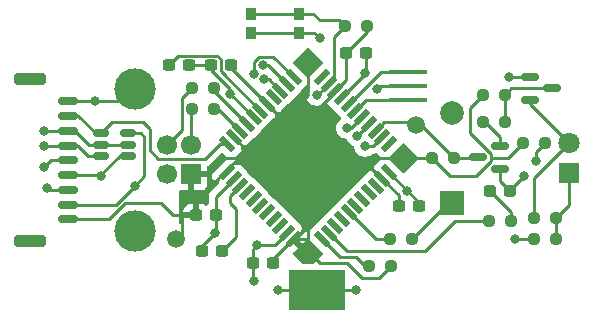
<source format=gbl>
%TF.GenerationSoftware,KiCad,Pcbnew,7.0.6*%
%TF.CreationDate,2023-08-20T20:53:31-04:00*%
%TF.ProjectId,Safe-To-Mate-O-Matic-v3,53616665-2d54-46f2-9d4d-6174652d4f2d,rev?*%
%TF.SameCoordinates,Original*%
%TF.FileFunction,Copper,L2,Bot*%
%TF.FilePolarity,Positive*%
%FSLAX46Y46*%
G04 Gerber Fmt 4.6, Leading zero omitted, Abs format (unit mm)*
G04 Created by KiCad (PCBNEW 7.0.6) date 2023-08-20 20:53:31*
%MOMM*%
%LPD*%
G01*
G04 APERTURE LIST*
G04 Aperture macros list*
%AMRoundRect*
0 Rectangle with rounded corners*
0 $1 Rounding radius*
0 $2 $3 $4 $5 $6 $7 $8 $9 X,Y pos of 4 corners*
0 Add a 4 corners polygon primitive as box body*
4,1,4,$2,$3,$4,$5,$6,$7,$8,$9,$2,$3,0*
0 Add four circle primitives for the rounded corners*
1,1,$1+$1,$2,$3*
1,1,$1+$1,$4,$5*
1,1,$1+$1,$6,$7*
1,1,$1+$1,$8,$9*
0 Add four rect primitives between the rounded corners*
20,1,$1+$1,$2,$3,$4,$5,0*
20,1,$1+$1,$4,$5,$6,$7,0*
20,1,$1+$1,$6,$7,$8,$9,0*
20,1,$1+$1,$8,$9,$2,$3,0*%
%AMRotRect*
0 Rectangle, with rotation*
0 The origin of the aperture is its center*
0 $1 length*
0 $2 width*
0 $3 Rotation angle, in degrees counterclockwise*
0 Add horizontal line*
21,1,$1,$2,0,0,$3*%
G04 Aperture macros list end*
%TA.AperFunction,ComponentPad*%
%ADD10R,1.800000X1.800000*%
%TD*%
%TA.AperFunction,ComponentPad*%
%ADD11C,1.800000*%
%TD*%
%TA.AperFunction,ComponentPad*%
%ADD12R,2.000000X2.000000*%
%TD*%
%TA.AperFunction,ComponentPad*%
%ADD13C,2.000000*%
%TD*%
%TA.AperFunction,ComponentPad*%
%ADD14R,1.700000X1.700000*%
%TD*%
%TA.AperFunction,ComponentPad*%
%ADD15C,1.700000*%
%TD*%
%TA.AperFunction,ComponentPad*%
%ADD16C,3.500000*%
%TD*%
%TA.AperFunction,SMDPad,CuDef*%
%ADD17R,3.200000X0.400000*%
%TD*%
%TA.AperFunction,SMDPad,CuDef*%
%ADD18RoundRect,0.237500X-0.250000X-0.237500X0.250000X-0.237500X0.250000X0.237500X-0.250000X0.237500X0*%
%TD*%
%TA.AperFunction,SMDPad,CuDef*%
%ADD19RoundRect,0.237500X-0.300000X-0.237500X0.300000X-0.237500X0.300000X0.237500X-0.300000X0.237500X0*%
%TD*%
%TA.AperFunction,SMDPad,CuDef*%
%ADD20RoundRect,0.150000X0.700000X-0.150000X0.700000X0.150000X-0.700000X0.150000X-0.700000X-0.150000X0*%
%TD*%
%TA.AperFunction,SMDPad,CuDef*%
%ADD21RoundRect,0.250000X1.100000X-0.250000X1.100000X0.250000X-1.100000X0.250000X-1.100000X-0.250000X0*%
%TD*%
%TA.AperFunction,SMDPad,CuDef*%
%ADD22RoundRect,0.150000X0.587500X0.150000X-0.587500X0.150000X-0.587500X-0.150000X0.587500X-0.150000X0*%
%TD*%
%TA.AperFunction,SMDPad,CuDef*%
%ADD23RoundRect,0.237500X0.250000X0.237500X-0.250000X0.237500X-0.250000X-0.237500X0.250000X-0.237500X0*%
%TD*%
%TA.AperFunction,SMDPad,CuDef*%
%ADD24R,4.699000X3.429000*%
%TD*%
%TA.AperFunction,SMDPad,CuDef*%
%ADD25RoundRect,0.237500X0.300000X0.237500X-0.300000X0.237500X-0.300000X-0.237500X0.300000X-0.237500X0*%
%TD*%
%TA.AperFunction,SMDPad,CuDef*%
%ADD26RotRect,1.500000X0.550000X315.000000*%
%TD*%
%TA.AperFunction,SMDPad,CuDef*%
%ADD27RotRect,1.500000X0.550000X225.000000*%
%TD*%
%TA.AperFunction,SMDPad,CuDef*%
%ADD28C,1.500000*%
%TD*%
%TA.AperFunction,SMDPad,CuDef*%
%ADD29RoundRect,0.237500X0.287500X0.237500X-0.287500X0.237500X-0.287500X-0.237500X0.287500X-0.237500X0*%
%TD*%
%TA.AperFunction,SMDPad,CuDef*%
%ADD30RoundRect,0.150000X0.512500X0.150000X-0.512500X0.150000X-0.512500X-0.150000X0.512500X-0.150000X0*%
%TD*%
%TA.AperFunction,SMDPad,CuDef*%
%ADD31RoundRect,0.150000X-0.587500X-0.150000X0.587500X-0.150000X0.587500X0.150000X-0.587500X0.150000X0*%
%TD*%
%TA.AperFunction,SMDPad,CuDef*%
%ADD32R,0.900000X1.000000*%
%TD*%
%TA.AperFunction,ViaPad*%
%ADD33C,0.800000*%
%TD*%
%TA.AperFunction,Conductor*%
%ADD34C,0.250000*%
%TD*%
G04 APERTURE END LIST*
D10*
%TO.P,D1,1,K*%
%TO.N,Net-(D1-K)*%
X172720000Y-84582000D03*
D11*
%TO.P,D1,2,A*%
%TO.N,Net-(D1-A)*%
X172720000Y-82042000D03*
%TD*%
D12*
%TO.P,BZ1,1,-*%
%TO.N,Net-(BZ1--)*%
X162814000Y-87112000D03*
D13*
%TO.P,BZ1,2,+*%
%TO.N,GND*%
X162814000Y-79512000D03*
%TD*%
D14*
%TO.P,J1,1,VBUS*%
%TO.N,+5V*%
X140689500Y-84689000D03*
D15*
%TO.P,J1,2,D-*%
%TO.N,Net-(J1-D-)*%
X140689500Y-82189000D03*
%TO.P,J1,3,D+*%
%TO.N,Net-(J1-D+)*%
X138689500Y-82189000D03*
%TO.P,J1,4,GND*%
%TO.N,GND*%
X138689500Y-84689000D03*
D16*
%TO.P,J1,5,Shield*%
X135979500Y-89459000D03*
X135979500Y-77419000D03*
%TD*%
D17*
%TO.P,Y2,1,1*%
%TO.N,Net-(U1-XTAL2)*%
X159131000Y-76016000D03*
%TO.P,Y2,2,2*%
%TO.N,GND*%
X159131000Y-77216000D03*
%TO.P,Y2,3,3*%
%TO.N,Net-(U1-XTAL1)*%
X159131000Y-78416000D03*
%TD*%
D18*
%TO.P,R7,1*%
%TO.N,+5V*%
X168863000Y-82042000D03*
%TO.P,R7,2*%
%TO.N,Net-(D1-K)*%
X170688000Y-82042000D03*
%TD*%
D19*
%TO.P,C4,1*%
%TO.N,+5V*%
X153823500Y-74422000D03*
%TO.P,C4,2*%
%TO.N,GND*%
X155548500Y-74422000D03*
%TD*%
D20*
%TO.P,J2,1,Pin_1*%
%TO.N,+5V*%
X130302000Y-88499000D03*
%TO.P,J2,2,Pin_2*%
%TO.N,/INT0*%
X130302000Y-87249000D03*
%TO.P,J2,3,Pin_3*%
%TO.N,GND*%
X130302000Y-85999000D03*
%TO.P,J2,4,Pin_4*%
%TO.N,/INT1*%
X130302000Y-84749000D03*
%TO.P,J2,5,Pin_5*%
%TO.N,GND*%
X130302000Y-83499000D03*
%TO.P,J2,6,Pin_6*%
%TO.N,/INT3*%
X130302000Y-82249000D03*
%TO.P,J2,7,Pin_7*%
%TO.N,GND*%
X130302000Y-80999000D03*
%TO.P,J2,8,Pin_8*%
%TO.N,/INT6*%
X130302000Y-79749000D03*
%TO.P,J2,9,Pin_9*%
%TO.N,GND*%
X130302000Y-78499000D03*
D21*
%TO.P,J2,MP*%
%TO.N,N/C*%
X127102000Y-90349000D03*
X127102000Y-76649000D03*
%TD*%
D22*
%TO.P,Q2,1,B*%
%TO.N,Net-(Q2-B)*%
X166878000Y-82296000D03*
%TO.P,Q2,2,E*%
%TO.N,GND*%
X166878000Y-84196000D03*
%TO.P,Q2,3,C*%
%TO.N,/RX*%
X165003000Y-83246000D03*
%TD*%
D23*
%TO.P,R4,1*%
%TO.N,+5V*%
X157630500Y-92456000D03*
%TO.P,R4,2*%
%TO.N,Net-(U1-~{HWB}{slash}PE2)*%
X155805500Y-92456000D03*
%TD*%
D18*
%TO.P,R3,1*%
%TO.N,Net-(J1-D+)*%
X140819500Y-77343000D03*
%TO.P,R3,2*%
%TO.N,Net-(U1-D+)*%
X142644500Y-77343000D03*
%TD*%
D19*
%TO.P,C7,1*%
%TO.N,+5V*%
X158295000Y-87376000D03*
%TO.P,C7,2*%
%TO.N,GND*%
X160020000Y-87376000D03*
%TD*%
D18*
%TO.P,R11,1*%
%TO.N,Net-(Q2-B)*%
X165457500Y-80264000D03*
%TO.P,R11,2*%
%TO.N,Net-(Q1-C)*%
X167282500Y-80264000D03*
%TD*%
D23*
%TO.P,R10,1*%
%TO.N,Net-(D1-K)*%
X171600500Y-88392000D03*
%TO.P,R10,2*%
%TO.N,Net-(D1-A)*%
X169775500Y-88392000D03*
%TD*%
D18*
%TO.P,R6,1*%
%TO.N,+5V*%
X165457500Y-77978000D03*
%TO.P,R6,2*%
%TO.N,Net-(Q1-C)*%
X167282500Y-77978000D03*
%TD*%
D24*
%TO.P,TP1,1,1*%
%TO.N,GND*%
X151384000Y-94488000D03*
%TD*%
D23*
%TO.P,R1,1*%
%TO.N,+5V*%
X155598500Y-72136000D03*
%TO.P,R1,2*%
%TO.N,RESET*%
X153773500Y-72136000D03*
%TD*%
D25*
%TO.P,C1,1*%
%TO.N,Net-(U1-AREF)*%
X143356500Y-91186000D03*
%TO.P,C1,2*%
%TO.N,GND*%
X141631500Y-91186000D03*
%TD*%
D26*
%TO.P,U1,1,PE6*%
%TO.N,/INT6*%
X143763064Y-82109918D03*
%TO.P,U1,2,UVCC*%
%TO.N,+5V*%
X144328750Y-81544233D03*
%TO.P,U1,3,D-*%
%TO.N,Net-(U1-D-)*%
X144894435Y-80978548D03*
%TO.P,U1,4,D+*%
%TO.N,Net-(U1-D+)*%
X145460120Y-80412862D03*
%TO.P,U1,5,UGND*%
%TO.N,GND*%
X146025806Y-79847177D03*
%TO.P,U1,6,UCAP*%
%TO.N,Net-(U1-UCAP)*%
X146591491Y-79281491D03*
%TO.P,U1,7,VBUS*%
%TO.N,+5V*%
X147157177Y-78715806D03*
%TO.P,U1,8,PB0*%
%TO.N,unconnected-(U1-PB0-Pad8)*%
X147722862Y-78150120D03*
%TO.P,U1,9,PB1*%
%TO.N,SCK*%
X148288548Y-77584435D03*
%TO.P,U1,10,PB2*%
%TO.N,MOSI*%
X148854233Y-77018750D03*
%TO.P,U1,11,PB3*%
%TO.N,MISO*%
X149419918Y-76453064D03*
D27*
%TO.P,U1,12,PB7*%
%TO.N,unconnected-(U1-PB7-Pad12)*%
X151824082Y-76453064D03*
%TO.P,U1,13,~{RESET}*%
%TO.N,RESET*%
X152389767Y-77018750D03*
%TO.P,U1,14,VCC*%
%TO.N,+5V*%
X152955452Y-77584435D03*
%TO.P,U1,15,GND*%
%TO.N,GND*%
X153521138Y-78150120D03*
%TO.P,U1,16,XTAL2*%
%TO.N,Net-(U1-XTAL2)*%
X154086823Y-78715806D03*
%TO.P,U1,17,XTAL1*%
%TO.N,Net-(U1-XTAL1)*%
X154652509Y-79281491D03*
%TO.P,U1,18,PD0*%
%TO.N,/INT0*%
X155218194Y-79847177D03*
%TO.P,U1,19,PD1*%
%TO.N,/INT1*%
X155783880Y-80412862D03*
%TO.P,U1,20,PD2*%
%TO.N,/RX*%
X156349565Y-80978548D03*
%TO.P,U1,21,PD3*%
%TO.N,/INT3*%
X156915250Y-81544233D03*
%TO.P,U1,22,PD5*%
%TO.N,unconnected-(U1-PD5-Pad22)*%
X157480936Y-82109918D03*
D26*
%TO.P,U1,23,GND*%
%TO.N,GND*%
X157480936Y-84514082D03*
%TO.P,U1,24,AVCC*%
%TO.N,+5V*%
X156915250Y-85079767D03*
%TO.P,U1,25,PD4*%
%TO.N,unconnected-(U1-PD4-Pad25)*%
X156349565Y-85645452D03*
%TO.P,U1,26,PD6*%
%TO.N,unconnected-(U1-PD6-Pad26)*%
X155783880Y-86211138D03*
%TO.P,U1,27,PD7*%
%TO.N,unconnected-(U1-PD7-Pad27)*%
X155218194Y-86776823D03*
%TO.P,U1,28,PB4*%
%TO.N,unconnected-(U1-PB4-Pad28)*%
X154652509Y-87342509D03*
%TO.P,U1,29,PB5*%
%TO.N,Net-(U1-PB5)*%
X154086823Y-87908194D03*
%TO.P,U1,30,PB6*%
%TO.N,unconnected-(U1-PB6-Pad30)*%
X153521138Y-88473880D03*
%TO.P,U1,31,PC6*%
%TO.N,unconnected-(U1-PC6-Pad31)*%
X152955452Y-89039565D03*
%TO.P,U1,32,PC7*%
%TO.N,Net-(U1-PC7)*%
X152389767Y-89605250D03*
%TO.P,U1,33,~{HWB}/PE2*%
%TO.N,Net-(U1-~{HWB}{slash}PE2)*%
X151824082Y-90170936D03*
D27*
%TO.P,U1,34,VCC*%
%TO.N,+5V*%
X149419918Y-90170936D03*
%TO.P,U1,35,GND*%
%TO.N,GND*%
X148854233Y-89605250D03*
%TO.P,U1,36,PF7*%
%TO.N,unconnected-(U1-PF7-Pad36)*%
X148288548Y-89039565D03*
%TO.P,U1,37,PF6*%
%TO.N,unconnected-(U1-PF6-Pad37)*%
X147722862Y-88473880D03*
%TO.P,U1,38,PF5*%
%TO.N,unconnected-(U1-PF5-Pad38)*%
X147157177Y-87908194D03*
%TO.P,U1,39,PF4*%
%TO.N,unconnected-(U1-PF4-Pad39)*%
X146591491Y-87342509D03*
%TO.P,U1,40,PF1*%
%TO.N,unconnected-(U1-PF1-Pad40)*%
X146025806Y-86776823D03*
%TO.P,U1,41,PF0*%
%TO.N,unconnected-(U1-PF0-Pad41)*%
X145460120Y-86211138D03*
%TO.P,U1,42,AREF*%
%TO.N,Net-(U1-AREF)*%
X144894435Y-85645452D03*
%TO.P,U1,43,GND*%
%TO.N,GND*%
X144328750Y-85079767D03*
%TO.P,U1,44,AVCC*%
%TO.N,+5V*%
X143763064Y-84514082D03*
%TD*%
D18*
%TO.P,R9,1*%
%TO.N,+5V*%
X161139500Y-83312000D03*
%TO.P,R9,2*%
%TO.N,/RX*%
X162964500Y-83312000D03*
%TD*%
D28*
%TO.P,TP2,1,1*%
%TO.N,+5V*%
X139446000Y-90170000D03*
%TD*%
D18*
%TO.P,R2,1*%
%TO.N,Net-(J1-D-)*%
X140819500Y-79121000D03*
%TO.P,R2,2*%
%TO.N,Net-(U1-D-)*%
X142644500Y-79121000D03*
%TD*%
D29*
%TO.P,D2,1,K*%
%TO.N,GND*%
X167753000Y-86106000D03*
%TO.P,D2,2,A*%
%TO.N,Net-(D2-A)*%
X166003000Y-86106000D03*
%TD*%
D19*
%TO.P,C3,1*%
%TO.N,Net-(U1-UCAP)*%
X138837500Y-75438000D03*
%TO.P,C3,2*%
%TO.N,GND*%
X140562500Y-75438000D03*
%TD*%
D25*
%TO.P,C5,1*%
%TO.N,+5V*%
X147674500Y-92202000D03*
%TO.P,C5,2*%
%TO.N,GND*%
X145949500Y-92202000D03*
%TD*%
D30*
%TO.P,D3,1,TVS1*%
%TO.N,/INT0*%
X135382000Y-81219000D03*
%TO.P,D3,2,COM*%
%TO.N,GND*%
X135382000Y-82169000D03*
%TO.P,D3,3,TVS2*%
%TO.N,/INT1*%
X135382000Y-83119000D03*
%TO.P,D3,4,TVS3*%
%TO.N,/INT3*%
X133107000Y-83119000D03*
%TO.P,D3,5,COM*%
%TO.N,GND*%
X133107000Y-82169000D03*
%TO.P,D3,6,TVS4*%
%TO.N,/INT6*%
X133107000Y-81219000D03*
%TD*%
D28*
%TO.P,TP7,1,1*%
%TO.N,/RX*%
X159766000Y-80518000D03*
%TD*%
D23*
%TO.P,R5,1*%
%TO.N,Net-(D2-A)*%
X167790500Y-88646000D03*
%TO.P,R5,2*%
%TO.N,Net-(U1-PC7)*%
X165965500Y-88646000D03*
%TD*%
%TO.P,R8,1*%
%TO.N,Net-(D1-K)*%
X171600500Y-90170000D03*
%TO.P,R8,2*%
%TO.N,GND*%
X169775500Y-90170000D03*
%TD*%
%TO.P,R12,1*%
%TO.N,Net-(BZ1--)*%
X159408500Y-90170000D03*
%TO.P,R12,2*%
%TO.N,Net-(U1-PB5)*%
X157583500Y-90170000D03*
%TD*%
D25*
%TO.P,C2,1*%
%TO.N,+5V*%
X144118500Y-75438000D03*
%TO.P,C2,2*%
%TO.N,GND*%
X142393500Y-75438000D03*
%TD*%
D31*
%TO.P,Q1,1,B*%
%TO.N,Net-(D1-A)*%
X169418000Y-78354000D03*
%TO.P,Q1,2,E*%
%TO.N,GND*%
X169418000Y-76454000D03*
%TO.P,Q1,3,C*%
%TO.N,Net-(Q1-C)*%
X171293000Y-77404000D03*
%TD*%
D19*
%TO.P,C6,1*%
%TO.N,+5V*%
X141123500Y-88138000D03*
%TO.P,C6,2*%
%TO.N,GND*%
X142848500Y-88138000D03*
%TD*%
D32*
%TO.P,SW1,1,1*%
%TO.N,GND*%
X145778000Y-72682000D03*
X149878000Y-72682000D03*
%TO.P,SW1,2,2*%
%TO.N,RESET*%
X145778000Y-71082000D03*
X149878000Y-71082000D03*
%TD*%
D33*
%TO.N,GND*%
X128270000Y-84074000D03*
X128270000Y-81026000D03*
X154686000Y-94488000D03*
X128524000Y-85852000D03*
X146050000Y-93726000D03*
X155448000Y-76122758D03*
X132588000Y-78486000D03*
X148082000Y-94488000D03*
X168148000Y-90170000D03*
X142748000Y-89662000D03*
X144018000Y-77839371D03*
X146304000Y-90678000D03*
X151638000Y-73152000D03*
X156464000Y-77470000D03*
X168910000Y-84836000D03*
X167640000Y-76454000D03*
X159038427Y-86071573D03*
%TO.N,+5V*%
X150368000Y-77978000D03*
%TO.N,/INT0*%
X135953500Y-85661500D03*
X153924000Y-80772000D03*
%TO.N,/INT1*%
X154801371Y-81395371D03*
X133096000Y-84836000D03*
%TO.N,/INT3*%
X128270000Y-82296000D03*
X155448000Y-82296000D03*
%TO.N,Net-(D1-K)*%
X169926000Y-83566000D03*
%TO.N,MISO*%
X146018332Y-76186208D03*
%TO.N,SCK*%
X146934701Y-76585299D03*
%TO.N,MOSI*%
X146812000Y-75438000D03*
%TO.N,RESET*%
X151384000Y-77978000D03*
%TD*%
D34*
%TO.N,Net-(BZ1--)*%
X162466500Y-87112000D02*
X162814000Y-87112000D01*
X159408500Y-90170000D02*
X162466500Y-87112000D01*
%TO.N,Net-(U1-PB5)*%
X157583500Y-90170000D02*
X156348629Y-90170000D01*
X156348629Y-90170000D02*
X154086823Y-87908194D01*
X157503500Y-90297000D02*
X157503500Y-90263500D01*
%TO.N,Net-(U1-AREF)*%
X144526000Y-87630000D02*
X144018000Y-87122000D01*
X144526000Y-90016500D02*
X144526000Y-87630000D01*
X144018000Y-87122000D02*
X144018000Y-86521887D01*
X144018000Y-86521887D02*
X144894435Y-85645452D01*
X143356500Y-91186000D02*
X144526000Y-90016500D01*
%TO.N,GND*%
X142848500Y-86560017D02*
X144328750Y-85079767D01*
X130302000Y-80999000D02*
X128297000Y-80999000D01*
X157480936Y-84514082D02*
X157666082Y-84514082D01*
X128270000Y-81026000D02*
X130275000Y-81026000D01*
X130275000Y-81026000D02*
X130302000Y-80999000D01*
X132588000Y-78486000D02*
X134912500Y-78486000D01*
X169775500Y-90170000D02*
X168148000Y-90170000D01*
X153521138Y-78150120D02*
X155448000Y-76223258D01*
X141631500Y-91186000D02*
X141631500Y-90778500D01*
X160020000Y-87376000D02*
X160020000Y-87053146D01*
X166878000Y-84196000D02*
X166878000Y-85231000D01*
X149878000Y-72682000D02*
X151168000Y-72682000D01*
X155548500Y-76022258D02*
X155448000Y-76122758D01*
X134912500Y-78486000D02*
X135979500Y-77419000D01*
X145778000Y-72682000D02*
X149878000Y-72682000D01*
X140562500Y-75438000D02*
X142393500Y-75438000D01*
X142393500Y-75809005D02*
X144018000Y-77433505D01*
X142848500Y-88138000D02*
X142848500Y-86560017D01*
X142393500Y-75438000D02*
X142393500Y-75809005D01*
X130302000Y-78499000D02*
X132575000Y-78499000D01*
X155548500Y-74422000D02*
X155548500Y-76022258D01*
X130302000Y-85999000D02*
X128671000Y-85999000D01*
X160020000Y-87053146D02*
X159038427Y-86071573D01*
X155448000Y-76223258D02*
X155448000Y-76122758D01*
X147828000Y-90678000D02*
X146304000Y-90678000D01*
X145949500Y-92202000D02*
X145949500Y-93625500D01*
X156718000Y-77216000D02*
X156464000Y-77470000D01*
X159038427Y-86071573D02*
X157480936Y-84514082D01*
X145949500Y-91032500D02*
X146304000Y-90678000D01*
X166878000Y-85231000D02*
X167753000Y-86106000D01*
X146025806Y-79847177D02*
X144018000Y-77839371D01*
X132575000Y-78499000D02*
X132588000Y-78486000D01*
X159131000Y-77216000D02*
X160518000Y-77216000D01*
X135382000Y-82169000D02*
X132072749Y-82169000D01*
X128845000Y-83499000D02*
X128270000Y-84074000D01*
X148854233Y-89651767D02*
X147828000Y-90678000D01*
X167753000Y-85993000D02*
X168910000Y-84836000D01*
X169418000Y-76454000D02*
X167640000Y-76454000D01*
X151168000Y-72682000D02*
X151638000Y-73152000D01*
X132072749Y-82169000D02*
X130902749Y-80999000D01*
X159131000Y-77216000D02*
X156718000Y-77216000D01*
X144018000Y-77433505D02*
X144018000Y-77839371D01*
X128297000Y-80999000D02*
X128270000Y-81026000D01*
X145949500Y-92202000D02*
X145949500Y-91032500D01*
X151384000Y-94488000D02*
X154686000Y-94488000D01*
X142848500Y-88138000D02*
X142848500Y-89561500D01*
X130902749Y-80999000D02*
X130302000Y-80999000D01*
X151384000Y-94488000D02*
X148082000Y-94488000D01*
X142848500Y-89561500D02*
X142748000Y-89662000D01*
X145949500Y-93625500D02*
X146050000Y-93726000D01*
X141631500Y-90778500D02*
X142748000Y-89662000D01*
X148854233Y-89605250D02*
X148854233Y-89651767D01*
X130302000Y-83499000D02*
X128845000Y-83499000D01*
X167753000Y-86106000D02*
X167753000Y-85993000D01*
X128671000Y-85999000D02*
X128524000Y-85852000D01*
%TO.N,+5V*%
X150622000Y-77724000D02*
X150368000Y-77978000D01*
X150368000Y-74930000D02*
X150622000Y-75184000D01*
X139954000Y-89662000D02*
X139954000Y-88138000D01*
X130302000Y-88499000D02*
X133752396Y-88499000D01*
X145288000Y-82503483D02*
X145288000Y-83312000D01*
X139446000Y-90170000D02*
X139954000Y-89662000D01*
X166093749Y-82927498D02*
X164338000Y-81171749D01*
X164822251Y-84836000D02*
X166093749Y-83564502D01*
X133752396Y-88499000D02*
X135129396Y-87122000D01*
X138176000Y-87122000D02*
X139192000Y-88138000D01*
X156915250Y-85079767D02*
X155655483Y-83820000D01*
X150622000Y-90170000D02*
X150622000Y-88900000D01*
X150622000Y-75184000D02*
X150622000Y-77724000D01*
X135129396Y-87122000D02*
X138176000Y-87122000D01*
X152955452Y-77584435D02*
X153823500Y-76716387D01*
X145288000Y-83312000D02*
X143002000Y-83312000D01*
X161139500Y-83312000D02*
X156464000Y-83312000D01*
X155598500Y-72136000D02*
X155598500Y-72647000D01*
X151638000Y-92202000D02*
X150876000Y-91440000D01*
X155655483Y-83820000D02*
X154940000Y-83820000D01*
X149351064Y-90170936D02*
X147674500Y-91847500D01*
X164338000Y-79097500D02*
X164338000Y-81026000D01*
X156614500Y-93472000D02*
X155194000Y-93472000D01*
X147674500Y-91847500D02*
X147674500Y-92202000D01*
X144328750Y-81544233D02*
X145288000Y-82503483D01*
X165457500Y-77978000D02*
X164338000Y-79097500D01*
X153924000Y-92202000D02*
X152146000Y-92202000D01*
X149419918Y-90170936D02*
X150621064Y-90170936D01*
X147157177Y-78715806D02*
X144118500Y-75677129D01*
X152955452Y-77584435D02*
X152955452Y-77676548D01*
X168863000Y-82042000D02*
X167593000Y-83312000D01*
X139954000Y-88138000D02*
X141123500Y-88138000D01*
X144118500Y-75677129D02*
X144118500Y-75438000D01*
X152955452Y-77676548D02*
X151638000Y-78994000D01*
X155598500Y-72647000D02*
X153823500Y-74422000D01*
X147157177Y-78715806D02*
X148451371Y-80010000D01*
X158295000Y-86459517D02*
X158295000Y-87376000D01*
X157630500Y-92456000D02*
X156614500Y-93472000D01*
X161139500Y-83312000D02*
X162663500Y-84836000D01*
X139192000Y-88138000D02*
X139954000Y-88138000D01*
X154432000Y-92710000D02*
X153924000Y-92202000D01*
X150621064Y-90170936D02*
X150622000Y-90170000D01*
X153823500Y-76716387D02*
X153823500Y-74422000D01*
X166093749Y-83312000D02*
X166093749Y-82927498D01*
X155194000Y-93472000D02*
X154432000Y-92710000D01*
X148451371Y-80010000D02*
X148844000Y-80010000D01*
X162663500Y-84836000D02*
X164822251Y-84836000D01*
X149419918Y-90170936D02*
X149351064Y-90170936D01*
X164338000Y-81171749D02*
X164338000Y-81026000D01*
X152146000Y-92202000D02*
X151638000Y-92202000D01*
X166093749Y-83564502D02*
X166093749Y-83312000D01*
X167593000Y-83312000D02*
X166093749Y-83312000D01*
X156915250Y-85079767D02*
X158295000Y-86459517D01*
%TO.N,Net-(U1-UCAP)*%
X143256000Y-75946000D02*
X143256000Y-74930000D01*
X139637500Y-74638000D02*
X138837500Y-75438000D01*
X143256000Y-74930000D02*
X142964000Y-74638000D01*
X146591491Y-79281491D02*
X143256000Y-75946000D01*
X142964000Y-74638000D02*
X139637500Y-74638000D01*
%TO.N,Net-(U1-XTAL1)*%
X159131000Y-78416000D02*
X155518000Y-78416000D01*
X155518000Y-78416000D02*
X154652509Y-79281491D01*
%TO.N,Net-(U1-XTAL2)*%
X154086823Y-78715806D02*
X156786629Y-76016000D01*
X156786629Y-76016000D02*
X159131000Y-76016000D01*
%TO.N,Net-(D1-A)*%
X169418000Y-78354000D02*
X169418000Y-78740000D01*
X169775500Y-88392000D02*
X169775500Y-84986500D01*
X169775500Y-84986500D02*
X172720000Y-82042000D01*
X169418000Y-78740000D02*
X172720000Y-82042000D01*
%TO.N,Net-(D2-A)*%
X167790500Y-88646000D02*
X167790500Y-87893500D01*
X167790500Y-87893500D02*
X166003000Y-86106000D01*
%TO.N,/INT0*%
X136464000Y-81219000D02*
X136779000Y-81534000D01*
X135953500Y-85661500D02*
X134366000Y-87249000D01*
X154293371Y-80772000D02*
X155218194Y-79847177D01*
X134366000Y-87249000D02*
X130302000Y-87249000D01*
X136779000Y-81534000D02*
X136779000Y-84836000D01*
X135382000Y-81219000D02*
X136464000Y-81219000D01*
X153924000Y-80772000D02*
X154293371Y-80772000D01*
X136779000Y-84836000D02*
X135953500Y-85661500D01*
%TO.N,/INT1*%
X133056000Y-84749000D02*
X134686000Y-83119000D01*
X134686000Y-83119000D02*
X135382000Y-83119000D01*
X154801371Y-81395371D02*
X155783880Y-80412862D01*
X130302000Y-84749000D02*
X133056000Y-84749000D01*
%TO.N,/INT3*%
X155448000Y-82296000D02*
X156163483Y-82296000D01*
X130255000Y-82296000D02*
X130302000Y-82249000D01*
X133107000Y-83119000D02*
X132014000Y-83119000D01*
X132014000Y-83119000D02*
X131144000Y-82249000D01*
X156163483Y-82296000D02*
X156915250Y-81544233D01*
X131144000Y-82249000D02*
X130302000Y-82249000D01*
X128270000Y-82296000D02*
X130255000Y-82296000D01*
%TO.N,/INT6*%
X133107000Y-81219000D02*
X134062000Y-80264000D01*
X141934000Y-83364000D02*
X143188082Y-82109918D01*
X136652000Y-80264000D02*
X137229000Y-80841000D01*
X137229000Y-82619000D02*
X137974000Y-83364000D01*
X133107000Y-81219000D02*
X132654000Y-81219000D01*
X137229000Y-80841000D02*
X137229000Y-82619000D01*
X134062000Y-80264000D02*
X136652000Y-80264000D01*
X132654000Y-81219000D02*
X131184000Y-79749000D01*
X137974000Y-83364000D02*
X141934000Y-83364000D01*
X143188082Y-82109918D02*
X143763064Y-82109918D01*
X131184000Y-79749000D02*
X130302000Y-79749000D01*
%TO.N,Net-(J1-D-)*%
X140689500Y-82189000D02*
X140689500Y-79251000D01*
X140689500Y-79251000D02*
X140819500Y-79121000D01*
%TO.N,Net-(J1-D+)*%
X138689500Y-82189000D02*
X139954000Y-80924500D01*
X139954000Y-80924500D02*
X139954000Y-78208500D01*
X139954000Y-78208500D02*
X140819500Y-77343000D01*
%TO.N,/RX*%
X162964500Y-83312000D02*
X159916500Y-80264000D01*
X157064113Y-80264000D02*
X156349565Y-80978548D01*
X162964500Y-83312000D02*
X164937000Y-83312000D01*
X164937000Y-83312000D02*
X165003000Y-83246000D01*
X159916500Y-80264000D02*
X157064113Y-80264000D01*
%TO.N,Net-(U1-D-)*%
X143036887Y-79121000D02*
X144894435Y-80978548D01*
X142644500Y-79121000D02*
X143036887Y-79121000D01*
%TO.N,Net-(U1-D+)*%
X145460120Y-80412862D02*
X142644500Y-77597242D01*
X142644500Y-77597242D02*
X142644500Y-77343000D01*
%TO.N,Net-(U1-~{HWB}{slash}PE2)*%
X151824082Y-90170936D02*
X153347146Y-91694000D01*
X155448000Y-92456000D02*
X155805500Y-92456000D01*
X153347146Y-91694000D02*
X154686000Y-91694000D01*
X154686000Y-91694000D02*
X155448000Y-92456000D01*
%TO.N,Net-(U1-PC7)*%
X163068000Y-88646000D02*
X160528000Y-91186000D01*
X165965500Y-88646000D02*
X163068000Y-88646000D01*
X160528000Y-91186000D02*
X153970517Y-91186000D01*
X153970517Y-91186000D02*
X152389767Y-89605250D01*
%TO.N,Net-(D1-K)*%
X169926000Y-83566000D02*
X169926000Y-82804000D01*
X171600500Y-88392000D02*
X172720000Y-87272500D01*
X171600500Y-90170000D02*
X171600500Y-88392000D01*
X172720000Y-87272500D02*
X172720000Y-84582000D01*
X169926000Y-82804000D02*
X170688000Y-82042000D01*
%TO.N,Net-(Q1-C)*%
X167282500Y-80264000D02*
X167282500Y-77978000D01*
X167282500Y-77978000D02*
X167856500Y-77404000D01*
X167856500Y-77404000D02*
X171293000Y-77404000D01*
%TO.N,Net-(Q2-B)*%
X165608000Y-80264000D02*
X165457500Y-80264000D01*
X166878000Y-82296000D02*
X166878000Y-81534000D01*
X166878000Y-81534000D02*
X165608000Y-80264000D01*
%TO.N,MISO*%
X147679854Y-74713000D02*
X149419918Y-76453064D01*
X146018332Y-76186208D02*
X146087000Y-76254876D01*
X146087000Y-75137695D02*
X146511695Y-74713000D01*
X146511695Y-74713000D02*
X147679854Y-74713000D01*
X146087000Y-76254876D02*
X146087000Y-75137695D01*
%TO.N,SCK*%
X147289412Y-76585299D02*
X148288548Y-77584435D01*
X146934701Y-76585299D02*
X147289412Y-76585299D01*
%TO.N,MOSI*%
X146812000Y-75438000D02*
X147273483Y-75438000D01*
X147273483Y-75438000D02*
X148854233Y-77018750D01*
X148854233Y-77018750D02*
X148082000Y-76246517D01*
%TO.N,RESET*%
X151384000Y-77978000D02*
X151430517Y-77978000D01*
X151092000Y-71082000D02*
X149878000Y-71082000D01*
X149878000Y-71082000D02*
X145778000Y-71082000D01*
X152389767Y-77018750D02*
X152873866Y-76534651D01*
X153265500Y-71628000D02*
X153773500Y-72136000D01*
X152873866Y-73035634D02*
X153773500Y-72136000D01*
X152873866Y-76534651D02*
X152873866Y-73035634D01*
X151638000Y-71628000D02*
X151092000Y-71082000D01*
X151638000Y-71628000D02*
X153265500Y-71628000D01*
X151430517Y-77978000D02*
X152389767Y-77018750D01*
%TD*%
%TA.AperFunction,Conductor*%
%TO.N,+5V*%
G36*
X150666032Y-77090904D02*
G01*
X150711094Y-77119864D01*
X150743926Y-77152696D01*
X150777950Y-77215009D01*
X150772884Y-77285824D01*
X150748466Y-77326100D01*
X150644961Y-77441054D01*
X150644958Y-77441058D01*
X150569471Y-77571806D01*
X150549473Y-77606444D01*
X150534999Y-77650986D01*
X150490457Y-77788072D01*
X150470496Y-77978000D01*
X150490457Y-78167927D01*
X150502852Y-78206074D01*
X150549473Y-78349556D01*
X150549476Y-78349561D01*
X150644958Y-78514941D01*
X150644965Y-78514951D01*
X150772744Y-78656864D01*
X150772747Y-78656866D01*
X150927248Y-78769118D01*
X151101712Y-78846794D01*
X151288513Y-78886500D01*
X151479487Y-78886500D01*
X151666288Y-78846794D01*
X151840752Y-78769118D01*
X151995253Y-78656866D01*
X152026538Y-78622119D01*
X152086984Y-78584880D01*
X152157968Y-78586231D01*
X152209270Y-78617335D01*
X152294708Y-78702773D01*
X152294738Y-78702800D01*
X152342173Y-78741025D01*
X152361221Y-78760072D01*
X152402390Y-78811159D01*
X152402412Y-78811183D01*
X152860074Y-79268845D01*
X152860098Y-79268867D01*
X152909344Y-79308552D01*
X152928391Y-79327599D01*
X152929861Y-79329423D01*
X152929862Y-79329425D01*
X152968082Y-79376853D01*
X152968090Y-79376861D01*
X152968097Y-79376869D01*
X153423666Y-79832438D01*
X153457692Y-79894750D01*
X153452627Y-79965565D01*
X153410080Y-80022401D01*
X153408632Y-80023469D01*
X153312744Y-80093135D01*
X153184965Y-80235048D01*
X153184958Y-80235058D01*
X153089476Y-80400438D01*
X153089473Y-80400445D01*
X153030457Y-80582072D01*
X153010496Y-80771999D01*
X153030457Y-80961927D01*
X153051433Y-81026481D01*
X153089473Y-81143556D01*
X153089476Y-81143561D01*
X153184958Y-81308941D01*
X153184965Y-81308951D01*
X153312744Y-81450864D01*
X153312747Y-81450866D01*
X153467248Y-81563118D01*
X153641712Y-81640794D01*
X153828513Y-81680500D01*
X153847218Y-81680500D01*
X153915339Y-81700502D01*
X153961832Y-81754158D01*
X153966514Y-81766185D01*
X153966841Y-81766920D01*
X153966844Y-81766927D01*
X153966847Y-81766932D01*
X154062329Y-81932312D01*
X154062336Y-81932322D01*
X154190115Y-82074235D01*
X154190118Y-82074237D01*
X154344619Y-82186489D01*
X154465284Y-82240212D01*
X154519380Y-82286192D01*
X154539346Y-82342149D01*
X154554457Y-82485927D01*
X154584526Y-82578470D01*
X154613473Y-82667556D01*
X154613476Y-82667561D01*
X154708958Y-82832941D01*
X154708965Y-82832951D01*
X154836744Y-82974864D01*
X154836747Y-82974866D01*
X154991248Y-83087118D01*
X155165712Y-83164794D01*
X155352513Y-83204500D01*
X155543487Y-83204500D01*
X155730288Y-83164794D01*
X155904752Y-83087118D01*
X156059253Y-82974866D01*
X156061998Y-82971816D01*
X156064032Y-82970563D01*
X156064164Y-82970445D01*
X156064185Y-82970469D01*
X156122441Y-82934573D01*
X156151678Y-82930184D01*
X156171319Y-82929566D01*
X156173444Y-82929500D01*
X156203334Y-82929500D01*
X156203339Y-82929500D01*
X156210301Y-82928619D01*
X156216202Y-82928154D01*
X156263372Y-82926673D01*
X156282830Y-82921019D01*
X156302177Y-82917013D01*
X156322280Y-82914474D01*
X156366162Y-82897099D01*
X156371757Y-82895183D01*
X156389049Y-82890160D01*
X156460045Y-82890365D01*
X156513292Y-82922062D01*
X156814135Y-83222905D01*
X156848159Y-83285216D01*
X156843095Y-83356031D01*
X156814135Y-83401094D01*
X156362201Y-83853028D01*
X156362188Y-83853042D01*
X156321021Y-83904128D01*
X156301974Y-83923175D01*
X156254526Y-83961410D01*
X156205314Y-84010621D01*
X156205314Y-84010622D01*
X156214225Y-84019533D01*
X156248251Y-84081845D01*
X156249848Y-84126557D01*
X156242423Y-84178204D01*
X156256878Y-84278745D01*
X156246773Y-84349019D01*
X156200280Y-84402674D01*
X156132159Y-84422676D01*
X156114229Y-84421394D01*
X156095512Y-84418703D01*
X156013689Y-84406939D01*
X156013688Y-84406939D01*
X156013687Y-84406939D01*
X155962039Y-84414364D01*
X155891765Y-84404258D01*
X155855015Y-84378741D01*
X155846105Y-84369831D01*
X155846104Y-84369831D01*
X155796893Y-84419043D01*
X155758662Y-84466486D01*
X155739616Y-84485533D01*
X155688517Y-84526712D01*
X155688501Y-84526726D01*
X155230839Y-84984388D01*
X155230817Y-84984412D01*
X155191130Y-85033661D01*
X155172084Y-85052707D01*
X155122840Y-85092390D01*
X155122816Y-85092412D01*
X154665154Y-85550074D01*
X154665132Y-85550098D01*
X154625449Y-85599342D01*
X154606403Y-85618388D01*
X154557154Y-85658075D01*
X154557130Y-85658097D01*
X154099468Y-86115759D01*
X154099446Y-86115783D01*
X154059759Y-86165032D01*
X154040713Y-86184078D01*
X153991469Y-86223761D01*
X153991445Y-86223783D01*
X153533783Y-86681445D01*
X153533761Y-86681469D01*
X153494078Y-86730713D01*
X153475032Y-86749759D01*
X153425783Y-86789446D01*
X153425759Y-86789468D01*
X152968097Y-87247130D01*
X152968075Y-87247154D01*
X152928388Y-87296403D01*
X152909342Y-87315449D01*
X152860098Y-87355132D01*
X152860074Y-87355154D01*
X152402412Y-87812816D01*
X152402390Y-87812840D01*
X152362707Y-87862084D01*
X152343661Y-87881130D01*
X152294412Y-87920817D01*
X152294388Y-87920839D01*
X151836726Y-88378501D01*
X151836702Y-88378528D01*
X151797018Y-88427772D01*
X151777974Y-88446816D01*
X151728730Y-88486500D01*
X151728703Y-88486524D01*
X151271041Y-88944186D01*
X151271019Y-88944210D01*
X151231332Y-88993459D01*
X151212286Y-89012505D01*
X151163042Y-89052188D01*
X151163028Y-89052201D01*
X150710741Y-89504488D01*
X150648429Y-89538513D01*
X150577613Y-89533448D01*
X150532551Y-89504487D01*
X150489064Y-89461000D01*
X150489063Y-89461000D01*
X149779127Y-90170935D01*
X149779127Y-90170936D01*
X150153186Y-90544995D01*
X150153187Y-90544995D01*
X150532549Y-90165632D01*
X150594862Y-90131607D01*
X150665677Y-90136671D01*
X150710740Y-90165632D01*
X151834770Y-91289662D01*
X151834779Y-91289670D01*
X151834786Y-91289677D01*
X151840044Y-91293914D01*
X151840486Y-91294270D01*
X151880978Y-91352588D01*
X151883512Y-91423539D01*
X151850522Y-91481475D01*
X151103905Y-92228095D01*
X151041592Y-92262120D01*
X151014809Y-92265000D01*
X150229190Y-92265000D01*
X150161069Y-92244998D01*
X150140095Y-92228095D01*
X149393119Y-91481119D01*
X149359093Y-91418807D01*
X149364158Y-91347992D01*
X149403154Y-91293914D01*
X149408896Y-91289286D01*
X149793977Y-90904206D01*
X149793977Y-90904204D01*
X149317741Y-90427968D01*
X149283715Y-90365656D01*
X149288780Y-90294841D01*
X149317737Y-90249782D01*
X149972974Y-89594546D01*
X150011194Y-89547117D01*
X150071937Y-89414108D01*
X150092746Y-89269374D01*
X150085320Y-89217726D01*
X150095423Y-89147455D01*
X150120943Y-89110700D01*
X150129853Y-89101790D01*
X150129853Y-89101789D01*
X150080661Y-89052597D01*
X150080631Y-89052570D01*
X150033197Y-89014346D01*
X150014148Y-88995297D01*
X149972985Y-88944216D01*
X149972979Y-88944210D01*
X149972974Y-88944203D01*
X149972967Y-88944196D01*
X149972958Y-88944186D01*
X149515296Y-88486524D01*
X149515272Y-88486502D01*
X149466024Y-88446815D01*
X149446977Y-88427768D01*
X149445509Y-88425946D01*
X149407289Y-88378518D01*
X149407279Y-88378508D01*
X149407273Y-88378501D01*
X148949611Y-87920839D01*
X148949603Y-87920832D01*
X148949595Y-87920824D01*
X148902167Y-87882604D01*
X148902165Y-87882603D01*
X148900341Y-87881133D01*
X148881294Y-87862086D01*
X148841609Y-87812840D01*
X148841587Y-87812816D01*
X148383925Y-87355154D01*
X148383901Y-87355132D01*
X148334660Y-87315451D01*
X148315614Y-87296406D01*
X148291615Y-87266626D01*
X148275918Y-87247147D01*
X148275909Y-87247138D01*
X148275902Y-87247130D01*
X147818240Y-86789468D01*
X147818232Y-86789461D01*
X147818224Y-86789453D01*
X147770796Y-86751233D01*
X147770794Y-86751232D01*
X147768970Y-86749762D01*
X147749923Y-86730715D01*
X147710238Y-86681469D01*
X147710216Y-86681445D01*
X147252554Y-86223783D01*
X147252530Y-86223761D01*
X147203289Y-86184080D01*
X147184243Y-86165035D01*
X147164267Y-86140247D01*
X147144547Y-86115776D01*
X147144538Y-86115767D01*
X147144531Y-86115759D01*
X146686869Y-85658097D01*
X146686861Y-85658090D01*
X146686853Y-85658082D01*
X146639425Y-85619862D01*
X146639423Y-85619861D01*
X146637599Y-85618391D01*
X146618552Y-85599344D01*
X146578867Y-85550098D01*
X146578845Y-85550074D01*
X146121183Y-85092412D01*
X146121159Y-85092390D01*
X146071918Y-85052709D01*
X146052872Y-85033664D01*
X146021351Y-84994550D01*
X146013176Y-84984405D01*
X146013167Y-84984396D01*
X146013160Y-84984388D01*
X145555498Y-84526726D01*
X145555474Y-84526704D01*
X145506226Y-84487017D01*
X145487179Y-84467970D01*
X145477492Y-84455949D01*
X145447491Y-84418720D01*
X145447481Y-84418710D01*
X145447475Y-84418703D01*
X144989813Y-83961041D01*
X144989789Y-83961019D01*
X144938699Y-83919848D01*
X144919652Y-83900801D01*
X144881421Y-83853359D01*
X144881402Y-83853338D01*
X144832210Y-83804146D01*
X144832207Y-83804146D01*
X144823296Y-83813057D01*
X144760984Y-83847082D01*
X144716272Y-83848679D01*
X144664627Y-83841254D01*
X144664626Y-83841254D01*
X144592258Y-83851658D01*
X144519891Y-83862063D01*
X144386882Y-83922806D01*
X144339457Y-83961023D01*
X144339438Y-83961040D01*
X143210023Y-85090455D01*
X143210006Y-85090474D01*
X143171789Y-85137899D01*
X143111045Y-85270911D01*
X143095073Y-85381996D01*
X143065580Y-85446576D01*
X143059451Y-85453158D01*
X142459833Y-86052776D01*
X142447401Y-86062738D01*
X142447589Y-86062965D01*
X142441480Y-86068018D01*
X142393515Y-86119096D01*
X142372366Y-86140244D01*
X142368060Y-86145794D01*
X142364214Y-86150296D01*
X142331917Y-86184691D01*
X142331911Y-86184700D01*
X142322151Y-86202452D01*
X142311303Y-86218967D01*
X142298886Y-86234975D01*
X142280145Y-86278281D01*
X142277534Y-86283611D01*
X142254805Y-86324956D01*
X142254803Y-86324961D01*
X142249767Y-86344576D01*
X142243364Y-86363279D01*
X142235319Y-86381869D01*
X142227937Y-86428473D01*
X142226733Y-86434285D01*
X142215000Y-86479985D01*
X142215000Y-86500240D01*
X142213449Y-86519950D01*
X142210280Y-86539959D01*
X142210280Y-86539960D01*
X142214720Y-86586934D01*
X142215000Y-86592867D01*
X142215000Y-87159386D01*
X142194998Y-87227507D01*
X142155148Y-87266626D01*
X142082656Y-87311340D01*
X142082647Y-87311347D01*
X142074741Y-87319254D01*
X142012429Y-87353280D01*
X141941614Y-87348215D01*
X141896551Y-87319254D01*
X141889039Y-87311742D01*
X141889033Y-87311737D01*
X141740707Y-87220248D01*
X141575276Y-87165431D01*
X141575273Y-87165430D01*
X141473184Y-87155000D01*
X141377500Y-87155000D01*
X141377500Y-88266000D01*
X141357498Y-88334121D01*
X141303842Y-88380614D01*
X141251500Y-88392000D01*
X140078000Y-88392000D01*
X140078000Y-88425184D01*
X140088430Y-88527273D01*
X140088431Y-88527276D01*
X140143249Y-88692708D01*
X140152590Y-88707852D01*
X140171328Y-88776331D01*
X140150069Y-88844070D01*
X140095563Y-88889562D01*
X140045350Y-88900000D01*
X139826000Y-88900000D01*
X139757879Y-88879998D01*
X139711386Y-88826342D01*
X139700000Y-88774000D01*
X139700000Y-87884000D01*
X140078000Y-87884000D01*
X140869500Y-87884000D01*
X140869500Y-87155000D01*
X140773815Y-87155000D01*
X140671726Y-87165430D01*
X140671723Y-87165431D01*
X140506292Y-87220248D01*
X140357966Y-87311737D01*
X140357960Y-87311742D01*
X140234742Y-87434960D01*
X140234737Y-87434966D01*
X140143248Y-87583292D01*
X140088431Y-87748723D01*
X140088430Y-87748726D01*
X140078000Y-87850815D01*
X140078000Y-87884000D01*
X139700000Y-87884000D01*
X139700000Y-86173000D01*
X139720002Y-86104879D01*
X139773658Y-86058386D01*
X139826000Y-86047000D01*
X140435500Y-86047000D01*
X140435500Y-85072565D01*
X140487659Y-85108127D01*
X140620166Y-85149000D01*
X140723974Y-85149000D01*
X140826619Y-85133529D01*
X140943500Y-85077241D01*
X140943500Y-86047000D01*
X141588085Y-86047000D01*
X141588097Y-86046999D01*
X141648593Y-86040494D01*
X141785464Y-85989444D01*
X141785465Y-85989444D01*
X141902404Y-85901904D01*
X141989944Y-85784965D01*
X141989944Y-85784964D01*
X142040994Y-85648093D01*
X142047499Y-85587597D01*
X142047500Y-85587585D01*
X142047500Y-84943000D01*
X141074016Y-84943000D01*
X141122539Y-84858955D01*
X141153395Y-84723764D01*
X141143033Y-84585484D01*
X141092372Y-84456402D01*
X141075304Y-84435000D01*
X142047500Y-84435000D01*
X142047500Y-84086037D01*
X142067502Y-84017916D01*
X142121158Y-83971423D01*
X142127100Y-83968891D01*
X142136686Y-83965096D01*
X142142267Y-83963185D01*
X142174242Y-83953896D01*
X142187591Y-83950019D01*
X142187595Y-83950017D01*
X142205026Y-83939708D01*
X142222780Y-83931009D01*
X142241617Y-83923552D01*
X142279786Y-83895818D01*
X142284744Y-83892562D01*
X142325362Y-83868542D01*
X142339685Y-83854218D01*
X142354724Y-83841374D01*
X142371107Y-83829472D01*
X142401193Y-83793103D01*
X142405161Y-83788741D01*
X143280412Y-82913490D01*
X143342722Y-82879466D01*
X143413537Y-82884531D01*
X143458600Y-82913491D01*
X143768368Y-83223259D01*
X143802392Y-83285570D01*
X143797328Y-83356385D01*
X143768367Y-83401448D01*
X142644726Y-84525089D01*
X142644704Y-84525113D01*
X142606530Y-84572484D01*
X142545845Y-84705365D01*
X142525056Y-84849958D01*
X142545845Y-84994550D01*
X142606528Y-85127427D01*
X142644708Y-85174806D01*
X142644725Y-85174825D01*
X142693917Y-85224017D01*
X142693919Y-85224017D01*
X144472999Y-83444937D01*
X144472999Y-83444935D01*
X144429512Y-83401448D01*
X144395486Y-83339136D01*
X144400551Y-83268321D01*
X144429510Y-83223259D01*
X144881805Y-82770965D01*
X144920025Y-82723537D01*
X144920025Y-82723535D01*
X144922979Y-82719871D01*
X144942029Y-82700822D01*
X144989467Y-82662595D01*
X144989492Y-82662572D01*
X145038685Y-82613378D01*
X145038685Y-82613377D01*
X145029774Y-82604467D01*
X144995748Y-82542156D01*
X144994151Y-82497442D01*
X145001577Y-82445794D01*
X144987122Y-82345254D01*
X144997225Y-82274981D01*
X145043718Y-82221325D01*
X145111839Y-82201323D01*
X145129757Y-82202604D01*
X145230311Y-82217061D01*
X145281957Y-82209635D01*
X145352228Y-82219737D01*
X145388983Y-82245257D01*
X145397894Y-82254168D01*
X145397896Y-82254168D01*
X145447089Y-82204975D01*
X145447112Y-82204950D01*
X145485339Y-82157512D01*
X145504389Y-82138461D01*
X145508049Y-82135510D01*
X145508054Y-82135509D01*
X145555482Y-82097289D01*
X146013176Y-81639595D01*
X146051396Y-81592167D01*
X146051397Y-81592163D01*
X146052867Y-81590340D01*
X146071917Y-81571290D01*
X146073735Y-81569824D01*
X146073739Y-81569823D01*
X146121167Y-81531603D01*
X146578861Y-81073909D01*
X146617081Y-81026481D01*
X146617082Y-81026477D01*
X146618548Y-81024659D01*
X146637598Y-81005609D01*
X146639421Y-81004139D01*
X146639425Y-81004138D01*
X146686853Y-80965918D01*
X147144547Y-80508224D01*
X147182767Y-80460796D01*
X147182768Y-80460792D01*
X147184238Y-80458969D01*
X147203288Y-80439919D01*
X147205106Y-80438453D01*
X147205110Y-80438452D01*
X147252538Y-80400232D01*
X147710232Y-79942538D01*
X147748452Y-79895110D01*
X147748452Y-79895108D01*
X147751406Y-79891444D01*
X147770456Y-79872395D01*
X147817894Y-79834168D01*
X147817919Y-79834145D01*
X147867112Y-79784951D01*
X147867112Y-79784950D01*
X147858201Y-79776040D01*
X147824175Y-79713729D01*
X147822578Y-79669015D01*
X147830004Y-79617367D01*
X147815548Y-79516823D01*
X147825652Y-79446553D01*
X147872145Y-79392897D01*
X147940266Y-79372895D01*
X147958184Y-79374176D01*
X148058738Y-79388633D01*
X148110384Y-79381207D01*
X148180655Y-79391309D01*
X148217411Y-79416830D01*
X148226322Y-79425741D01*
X148226323Y-79425741D01*
X148275516Y-79376548D01*
X148275539Y-79376523D01*
X148313766Y-79329085D01*
X148332815Y-79310035D01*
X148336481Y-79307081D01*
X148383909Y-79268861D01*
X148841603Y-78811167D01*
X148879823Y-78763739D01*
X148879824Y-78763735D01*
X148881290Y-78761917D01*
X148900340Y-78742867D01*
X148902163Y-78741397D01*
X148902167Y-78741396D01*
X148949595Y-78703176D01*
X149407289Y-78245482D01*
X149445509Y-78198054D01*
X149445509Y-78198051D01*
X149446979Y-78196229D01*
X149466027Y-78177181D01*
X149467849Y-78175711D01*
X149467852Y-78175711D01*
X149515280Y-78137491D01*
X149972974Y-77679797D01*
X150011194Y-77632369D01*
X150011195Y-77632365D01*
X150012665Y-77630542D01*
X150031715Y-77611492D01*
X150033533Y-77610026D01*
X150033537Y-77610025D01*
X150080965Y-77571805D01*
X150532906Y-77119863D01*
X150595217Y-77085840D01*
X150666032Y-77090904D01*
G37*
%TD.AperFunction*%
%TA.AperFunction,Conductor*%
G36*
X158791476Y-82083476D02*
G01*
X159930904Y-83222904D01*
X159964930Y-83285216D01*
X159959865Y-83356031D01*
X159930904Y-83401095D01*
X158791475Y-84540522D01*
X158729163Y-84574547D01*
X158658347Y-84569482D01*
X158604270Y-84530486D01*
X158601228Y-84526711D01*
X158599677Y-84524786D01*
X158599670Y-84524779D01*
X158599662Y-84524770D01*
X157475987Y-83401095D01*
X157441961Y-83338783D01*
X157447026Y-83267968D01*
X157475987Y-83222905D01*
X158599662Y-82099229D01*
X158599677Y-82099214D01*
X158604266Y-82093518D01*
X158662577Y-82053023D01*
X158733528Y-82050481D01*
X158791476Y-82083476D01*
G37*
%TD.AperFunction*%
%TA.AperFunction,Conductor*%
G36*
X150666033Y-73974134D02*
G01*
X150711095Y-74003095D01*
X151850523Y-75142523D01*
X151884549Y-75204835D01*
X151879484Y-75275650D01*
X151840491Y-75329725D01*
X151834796Y-75334313D01*
X151834770Y-75334337D01*
X150711095Y-76458013D01*
X150648783Y-76492039D01*
X150577968Y-76486974D01*
X150532905Y-76458013D01*
X149409229Y-75334337D01*
X149409219Y-75334328D01*
X149409214Y-75334323D01*
X149409202Y-75334313D01*
X149409200Y-75334311D01*
X149403507Y-75329723D01*
X149363018Y-75271404D01*
X149360486Y-75200452D01*
X149393472Y-75142527D01*
X150532907Y-74003092D01*
X150595217Y-73969069D01*
X150666033Y-73974134D01*
G37*
%TD.AperFunction*%
%TD*%
M02*

</source>
